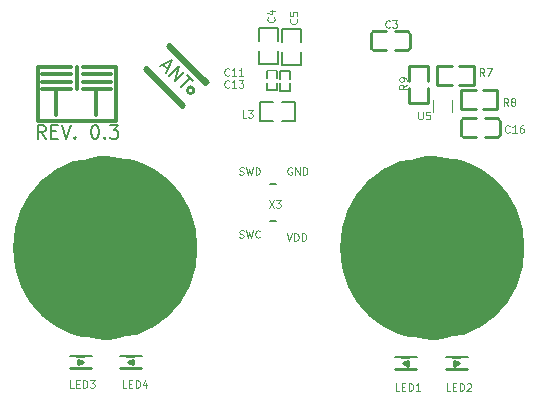
<source format=gto>
G04 #@! TF.GenerationSoftware,KiCad,Pcbnew,5.1.5-52549c5~84~ubuntu18.04.1*
G04 #@! TF.CreationDate,2020-02-21T12:38:08+02:00*
G04 #@! TF.ProjectId,Touch_Switch_2ch,546f7563-685f-4537-9769-7463685f3263,rev?*
G04 #@! TF.SameCoordinates,Original*
G04 #@! TF.FileFunction,Legend,Top*
G04 #@! TF.FilePolarity,Positive*
%FSLAX46Y46*%
G04 Gerber Fmt 4.6, Leading zero omitted, Abs format (unit mm)*
G04 Created by KiCad (PCBNEW 5.1.5-52549c5~84~ubuntu18.04.1) date 2020-02-21 12:38:08*
%MOMM*%
%LPD*%
G04 APERTURE LIST*
%ADD10C,8.000000*%
%ADD11C,0.102000*%
%ADD12C,0.178000*%
%ADD13C,0.152000*%
%ADD14C,0.254000*%
%ADD15C,0.100000*%
%ADD16C,0.200000*%
%ADD17C,0.203000*%
%ADD18C,0.305000*%
%ADD19C,0.150000*%
%ADD20R,1.102000X1.202000*%
%ADD21R,1.202000X1.102000*%
%ADD22C,1.602000*%
%ADD23R,0.402000X0.602000*%
%ADD24R,2.363000X1.550000*%
%ADD25R,0.752000X0.702000*%
%ADD26R,0.902000X0.902000*%
%ADD27C,1.102000*%
G04 APERTURE END LIST*
D10*
X83077003Y-54737000D02*
G75*
G03X83077003Y-54737000I-3829003J0D01*
G01*
X110763003Y-54737000D02*
G75*
G03X110763003Y-54737000I-3829003J0D01*
G01*
D11*
X90611252Y-48517023D02*
X90701966Y-48547261D01*
X90853157Y-48547261D01*
X90913633Y-48517023D01*
X90943871Y-48486785D01*
X90974109Y-48426309D01*
X90974109Y-48365833D01*
X90943871Y-48305357D01*
X90913633Y-48275119D01*
X90853157Y-48244880D01*
X90732204Y-48214642D01*
X90671728Y-48184404D01*
X90641490Y-48154166D01*
X90611252Y-48093690D01*
X90611252Y-48033214D01*
X90641490Y-47972738D01*
X90671728Y-47942500D01*
X90732204Y-47912261D01*
X90883395Y-47912261D01*
X90974109Y-47942500D01*
X91185776Y-47912261D02*
X91336966Y-48547261D01*
X91457919Y-48093690D01*
X91578871Y-48547261D01*
X91730061Y-47912261D01*
X91971966Y-48547261D02*
X91971966Y-47912261D01*
X92123157Y-47912261D01*
X92213871Y-47942500D01*
X92274347Y-48002976D01*
X92304585Y-48063452D01*
X92334823Y-48184404D01*
X92334823Y-48275119D01*
X92304585Y-48396071D01*
X92274347Y-48456547D01*
X92213871Y-48517023D01*
X92123157Y-48547261D01*
X91971966Y-48547261D01*
X90611252Y-53851023D02*
X90701966Y-53881261D01*
X90853157Y-53881261D01*
X90913633Y-53851023D01*
X90943871Y-53820785D01*
X90974109Y-53760309D01*
X90974109Y-53699833D01*
X90943871Y-53639357D01*
X90913633Y-53609119D01*
X90853157Y-53578880D01*
X90732204Y-53548642D01*
X90671728Y-53518404D01*
X90641490Y-53488166D01*
X90611252Y-53427690D01*
X90611252Y-53367214D01*
X90641490Y-53306738D01*
X90671728Y-53276500D01*
X90732204Y-53246261D01*
X90883395Y-53246261D01*
X90974109Y-53276500D01*
X91185776Y-53246261D02*
X91336966Y-53881261D01*
X91457919Y-53427690D01*
X91578871Y-53881261D01*
X91730061Y-53246261D01*
X92334823Y-53820785D02*
X92304585Y-53851023D01*
X92213871Y-53881261D01*
X92153395Y-53881261D01*
X92062680Y-53851023D01*
X92002204Y-53790547D01*
X91971966Y-53730071D01*
X91941728Y-53609119D01*
X91941728Y-53518404D01*
X91971966Y-53397452D01*
X92002204Y-53336976D01*
X92062680Y-53276500D01*
X92153395Y-53246261D01*
X92213871Y-53246261D01*
X92304585Y-53276500D01*
X92334823Y-53306738D01*
X94614776Y-53500261D02*
X94826442Y-54135261D01*
X95038109Y-53500261D01*
X95249776Y-54135261D02*
X95249776Y-53500261D01*
X95400966Y-53500261D01*
X95491680Y-53530500D01*
X95552157Y-53590976D01*
X95582395Y-53651452D01*
X95612633Y-53772404D01*
X95612633Y-53863119D01*
X95582395Y-53984071D01*
X95552157Y-54044547D01*
X95491680Y-54105023D01*
X95400966Y-54135261D01*
X95249776Y-54135261D01*
X95884776Y-54135261D02*
X95884776Y-53500261D01*
X96035966Y-53500261D01*
X96126680Y-53530500D01*
X96187157Y-53590976D01*
X96217395Y-53651452D01*
X96247633Y-53772404D01*
X96247633Y-53863119D01*
X96217395Y-53984071D01*
X96187157Y-54044547D01*
X96126680Y-54105023D01*
X96035966Y-54135261D01*
X95884776Y-54135261D01*
X95038109Y-47942500D02*
X94977633Y-47912261D01*
X94886919Y-47912261D01*
X94796204Y-47942500D01*
X94735728Y-48002976D01*
X94705490Y-48063452D01*
X94675252Y-48184404D01*
X94675252Y-48275119D01*
X94705490Y-48396071D01*
X94735728Y-48456547D01*
X94796204Y-48517023D01*
X94886919Y-48547261D01*
X94947395Y-48547261D01*
X95038109Y-48517023D01*
X95068347Y-48486785D01*
X95068347Y-48275119D01*
X94947395Y-48275119D01*
X95340490Y-48547261D02*
X95340490Y-47912261D01*
X95703347Y-48547261D01*
X95703347Y-47912261D01*
X96005728Y-48547261D02*
X96005728Y-47912261D01*
X96156919Y-47912261D01*
X96247633Y-47942500D01*
X96308109Y-48002976D01*
X96338347Y-48063452D01*
X96368585Y-48184404D01*
X96368585Y-48275119D01*
X96338347Y-48396071D01*
X96308109Y-48456547D01*
X96247633Y-48517023D01*
X96156919Y-48547261D01*
X96005728Y-48547261D01*
D12*
X74192985Y-45475071D02*
X73811985Y-44930785D01*
X73539842Y-45475071D02*
X73539842Y-44332071D01*
X73975271Y-44332071D01*
X74084128Y-44386500D01*
X74138557Y-44440928D01*
X74192985Y-44549785D01*
X74192985Y-44713071D01*
X74138557Y-44821928D01*
X74084128Y-44876357D01*
X73975271Y-44930785D01*
X73539842Y-44930785D01*
X74682842Y-44876357D02*
X75063842Y-44876357D01*
X75227128Y-45475071D02*
X74682842Y-45475071D01*
X74682842Y-44332071D01*
X75227128Y-44332071D01*
X75553700Y-44332071D02*
X75934700Y-45475071D01*
X76315700Y-44332071D01*
X76696700Y-45366214D02*
X76751128Y-45420642D01*
X76696700Y-45475071D01*
X76642271Y-45420642D01*
X76696700Y-45366214D01*
X76696700Y-45475071D01*
X78329557Y-44332071D02*
X78438414Y-44332071D01*
X78547271Y-44386500D01*
X78601700Y-44440928D01*
X78656128Y-44549785D01*
X78710557Y-44767500D01*
X78710557Y-45039642D01*
X78656128Y-45257357D01*
X78601700Y-45366214D01*
X78547271Y-45420642D01*
X78438414Y-45475071D01*
X78329557Y-45475071D01*
X78220700Y-45420642D01*
X78166271Y-45366214D01*
X78111842Y-45257357D01*
X78057414Y-45039642D01*
X78057414Y-44767500D01*
X78111842Y-44549785D01*
X78166271Y-44440928D01*
X78220700Y-44386500D01*
X78329557Y-44332071D01*
X79200414Y-45366214D02*
X79254842Y-45420642D01*
X79200414Y-45475071D01*
X79145985Y-45420642D01*
X79200414Y-45366214D01*
X79200414Y-45475071D01*
X79635842Y-44332071D02*
X80343414Y-44332071D01*
X79962414Y-44767500D01*
X80125700Y-44767500D01*
X80234557Y-44821928D01*
X80288985Y-44876357D01*
X80343414Y-44985214D01*
X80343414Y-45257357D01*
X80288985Y-45366214D01*
X80234557Y-45420642D01*
X80125700Y-45475071D01*
X79799128Y-45475071D01*
X79690271Y-45420642D01*
X79635842Y-45366214D01*
D13*
X84163105Y-39220513D02*
X84547973Y-39605381D01*
X83855211Y-39374460D02*
X84932841Y-38835645D01*
X84394026Y-39913275D01*
X84663434Y-40182683D02*
X85471657Y-39374460D01*
X85125275Y-40644525D01*
X85933498Y-39836302D01*
X86202906Y-40105709D02*
X86664748Y-40567551D01*
X85625604Y-41144853D02*
X86433827Y-40336630D01*
D14*
X86758236Y-41389236D02*
G75*
G03X86758236Y-41389236I-284000J0D01*
G01*
X82522923Y-39593185D02*
X82702528Y-39413580D01*
X82702528Y-39413580D02*
X85935420Y-42646472D01*
X85935420Y-42646472D02*
X85755815Y-42826077D01*
X85755815Y-42826077D02*
X82522923Y-39593185D01*
X84498580Y-37617528D02*
X84678185Y-37437923D01*
X84678185Y-37437923D02*
X87911077Y-40670815D01*
X87911077Y-40670815D02*
X87731472Y-40850420D01*
X87731472Y-40850420D02*
X84498580Y-37617528D01*
X110428000Y-40932000D02*
X110428000Y-39332000D01*
X108577000Y-39337000D02*
X107327000Y-39337000D01*
X108577000Y-40937000D02*
X107327000Y-40937000D01*
X109178000Y-39332000D02*
X110428000Y-39332000D01*
X109178000Y-40932000D02*
X110428000Y-40932000D01*
X107327000Y-40937000D02*
X107327000Y-39337000D01*
X112447000Y-42964000D02*
X112447000Y-41364000D01*
X110596000Y-41369000D02*
X109346000Y-41369000D01*
X110596000Y-42969000D02*
X109346000Y-42969000D01*
X111197000Y-41364000D02*
X112447000Y-41364000D01*
X111197000Y-42964000D02*
X112447000Y-42964000D01*
X109346000Y-42969000D02*
X109346000Y-41369000D01*
X104992000Y-42459000D02*
X106592000Y-42459000D01*
X106587000Y-40608000D02*
X106587000Y-39358000D01*
X104987000Y-40608000D02*
X104987000Y-39358000D01*
X106592000Y-41209000D02*
X106592000Y-42459000D01*
X104992000Y-41209000D02*
X104992000Y-42459000D01*
X104987000Y-39358000D02*
X106587000Y-39358000D01*
D15*
X107036000Y-43185000D02*
X107036000Y-42235000D01*
X108610000Y-43185000D02*
X108610000Y-42235000D01*
D11*
X108813000Y-41870000D02*
G75*
G03X108813000Y-41870000I-60000J0D01*
G01*
D16*
X93891000Y-38054000D02*
X93891000Y-39154000D01*
X93891000Y-39154000D02*
X92291000Y-39154000D01*
X92291000Y-39154000D02*
X92291000Y-38054000D01*
X93891000Y-37254000D02*
X93891000Y-36154000D01*
X93891000Y-36154000D02*
X92891000Y-36154000D01*
X92891000Y-36154000D02*
X92291000Y-36154000D01*
X92291000Y-36154000D02*
X92291000Y-37254000D01*
X95796000Y-38119000D02*
X95796000Y-39219000D01*
X95796000Y-39219000D02*
X94196000Y-39219000D01*
X94196000Y-39219000D02*
X94196000Y-38119000D01*
X95796000Y-37319000D02*
X95796000Y-36219000D01*
X95796000Y-36219000D02*
X94796000Y-36219000D01*
X94796000Y-36219000D02*
X94196000Y-36219000D01*
X94196000Y-36219000D02*
X94196000Y-37319000D01*
X93453000Y-43980000D02*
X92353000Y-43980000D01*
X92353000Y-43980000D02*
X92353000Y-42380000D01*
X92353000Y-42380000D02*
X93453000Y-42380000D01*
X94253000Y-43980000D02*
X95353000Y-43980000D01*
X95353000Y-43980000D02*
X95353000Y-42980000D01*
X95353000Y-42980000D02*
X95353000Y-42380000D01*
X95353000Y-42380000D02*
X94253000Y-42380000D01*
D14*
X105039000Y-36611000D02*
X105039000Y-37811000D01*
X102989000Y-36411000D02*
X101989000Y-36411000D01*
X102989000Y-38011000D02*
X101989000Y-38011000D01*
X103789000Y-36411000D02*
X104789000Y-36411000D01*
X103789000Y-38011000D02*
X104789000Y-38011000D01*
X101739000Y-36611000D02*
X101739000Y-37811000D01*
X101939000Y-36411000D02*
G75*
G03X101739000Y-36611000I0J-200000D01*
G01*
X101939000Y-36411000D02*
X101989000Y-36411000D01*
X101739000Y-37811000D02*
G75*
G03X101939000Y-38011000I200000J0D01*
G01*
X101939000Y-38011000D02*
X101989000Y-38011000D01*
X105039000Y-36611000D02*
G75*
G03X104839000Y-36411000I-200000J0D01*
G01*
X104839000Y-36411000D02*
X104789000Y-36411000D01*
X104839000Y-38011000D02*
G75*
G03X105039000Y-37811000I0J200000D01*
G01*
X104839000Y-38011000D02*
X104789000Y-38011000D01*
D17*
X93683000Y-49299000D02*
X93182000Y-49299000D01*
X93683000Y-52497000D02*
X93182000Y-52497000D01*
D13*
X92913000Y-40741000D02*
X92913000Y-41376000D01*
X92913000Y-41376000D02*
X93777000Y-41376000D01*
X93777000Y-41376000D02*
X93777000Y-40843000D01*
X93777000Y-40843000D02*
X93777000Y-40741000D01*
X93777000Y-40360000D02*
X93777000Y-39751000D01*
X93777000Y-39751000D02*
X92913000Y-39751000D01*
X92913000Y-39751000D02*
X92913000Y-40284000D01*
X92913000Y-40284000D02*
X92913000Y-40360000D01*
X94056000Y-40782000D02*
X94056000Y-41417000D01*
X94056000Y-41417000D02*
X94920000Y-41417000D01*
X94920000Y-41417000D02*
X94920000Y-40884000D01*
X94920000Y-40884000D02*
X94920000Y-40782000D01*
X94920000Y-40401000D02*
X94920000Y-39792000D01*
X94920000Y-39792000D02*
X94056000Y-39792000D01*
X94056000Y-39792000D02*
X94056000Y-40325000D01*
X94056000Y-40325000D02*
X94056000Y-40401000D01*
D14*
X112659000Y-43977000D02*
X112659000Y-45177000D01*
X110609000Y-43777000D02*
X109609000Y-43777000D01*
X110609000Y-45377000D02*
X109609000Y-45377000D01*
X111409000Y-43777000D02*
X112409000Y-43777000D01*
X111409000Y-45377000D02*
X112409000Y-45377000D01*
X109359000Y-43977000D02*
X109359000Y-45177000D01*
X109559000Y-43777000D02*
G75*
G03X109359000Y-43977000I0J-200000D01*
G01*
X109559000Y-43777000D02*
X109609000Y-43777000D01*
X109359000Y-45177000D02*
G75*
G03X109559000Y-45377000I200000J0D01*
G01*
X109559000Y-45377000D02*
X109609000Y-45377000D01*
X112659000Y-43977000D02*
G75*
G03X112459000Y-43777000I-200000J0D01*
G01*
X112459000Y-43777000D02*
X112409000Y-43777000D01*
X112459000Y-45377000D02*
G75*
G03X112659000Y-45177000I0J200000D01*
G01*
X112459000Y-45377000D02*
X112409000Y-45377000D01*
X76238000Y-64897000D02*
X78016000Y-64897000D01*
X76927000Y-64189000D02*
X76927000Y-64589000D01*
X76927000Y-64589000D02*
X77327000Y-64389000D01*
X77327000Y-64389000D02*
X76927000Y-64189000D01*
X76238000Y-63881000D02*
X78016000Y-63881000D01*
X82296000Y-63881000D02*
X80518000Y-63881000D01*
X81607000Y-64589000D02*
X81607000Y-64189000D01*
X81607000Y-64189000D02*
X81207000Y-64389000D01*
X81207000Y-64389000D02*
X81607000Y-64589000D01*
X82296000Y-64897000D02*
X80518000Y-64897000D01*
X108115000Y-65024000D02*
X109893000Y-65024000D01*
X108804000Y-64316000D02*
X108804000Y-64716000D01*
X108804000Y-64716000D02*
X109204000Y-64516000D01*
X109204000Y-64516000D02*
X108804000Y-64316000D01*
X108115000Y-64008000D02*
X109893000Y-64008000D01*
X105575000Y-64008000D02*
X103797000Y-64008000D01*
X104886000Y-64716000D02*
X104886000Y-64316000D01*
X104886000Y-64316000D02*
X104486000Y-64516000D01*
X104486000Y-64516000D02*
X104886000Y-64716000D01*
X105575000Y-65024000D02*
X103797000Y-65024000D01*
D18*
X77343000Y-39389000D02*
X80137000Y-39389000D01*
X80137000Y-39389000D02*
X80137000Y-43961000D01*
X73533000Y-43961000D02*
X80137000Y-43961000D01*
X73533000Y-39389000D02*
X73533000Y-43961000D01*
X73533000Y-39389000D02*
X76327000Y-39389000D01*
X76835000Y-39389000D02*
X76835000Y-41294000D01*
X75057000Y-41294000D02*
X75057000Y-43453000D01*
X73914000Y-41294000D02*
X76327000Y-41294000D01*
X77343000Y-40024000D02*
X79756000Y-40024000D01*
X73914000Y-40024000D02*
X76327000Y-40024000D01*
X78486000Y-41294000D02*
X78486000Y-43453000D01*
X77343000Y-41294000D02*
X79756000Y-41294000D01*
X73914000Y-40659000D02*
X76327000Y-40659000D01*
X77343000Y-40659000D02*
X79756000Y-40659000D01*
D11*
X111324347Y-40165261D02*
X111112680Y-39862880D01*
X110961490Y-40165261D02*
X110961490Y-39530261D01*
X111203395Y-39530261D01*
X111263871Y-39560500D01*
X111294109Y-39590738D01*
X111324347Y-39651214D01*
X111324347Y-39741928D01*
X111294109Y-39802404D01*
X111263871Y-39832642D01*
X111203395Y-39862880D01*
X110961490Y-39862880D01*
X111536014Y-39530261D02*
X111959347Y-39530261D01*
X111687204Y-40165261D01*
X113356347Y-42705261D02*
X113144680Y-42402880D01*
X112993490Y-42705261D02*
X112993490Y-42070261D01*
X113235395Y-42070261D01*
X113295871Y-42100500D01*
X113326109Y-42130738D01*
X113356347Y-42191214D01*
X113356347Y-42281928D01*
X113326109Y-42342404D01*
X113295871Y-42372642D01*
X113235395Y-42402880D01*
X112993490Y-42402880D01*
X113719204Y-42342404D02*
X113658728Y-42312166D01*
X113628490Y-42281928D01*
X113598252Y-42221452D01*
X113598252Y-42191214D01*
X113628490Y-42130738D01*
X113658728Y-42100500D01*
X113719204Y-42070261D01*
X113840157Y-42070261D01*
X113900633Y-42100500D01*
X113930871Y-42130738D01*
X113961109Y-42191214D01*
X113961109Y-42221452D01*
X113930871Y-42281928D01*
X113900633Y-42312166D01*
X113840157Y-42342404D01*
X113719204Y-42342404D01*
X113658728Y-42372642D01*
X113628490Y-42402880D01*
X113598252Y-42463357D01*
X113598252Y-42584309D01*
X113628490Y-42644785D01*
X113658728Y-42675023D01*
X113719204Y-42705261D01*
X113840157Y-42705261D01*
X113900633Y-42675023D01*
X113930871Y-42644785D01*
X113961109Y-42584309D01*
X113961109Y-42463357D01*
X113930871Y-42402880D01*
X113900633Y-42372642D01*
X113840157Y-42342404D01*
X104775261Y-40902652D02*
X104472880Y-41114319D01*
X104775261Y-41265509D02*
X104140261Y-41265509D01*
X104140261Y-41023604D01*
X104170500Y-40963128D01*
X104200738Y-40932890D01*
X104261214Y-40902652D01*
X104351928Y-40902652D01*
X104412404Y-40932890D01*
X104442642Y-40963128D01*
X104472880Y-41023604D01*
X104472880Y-41265509D01*
X104775261Y-40600271D02*
X104775261Y-40479319D01*
X104745023Y-40418842D01*
X104714785Y-40388604D01*
X104624071Y-40328128D01*
X104503119Y-40297890D01*
X104261214Y-40297890D01*
X104200738Y-40328128D01*
X104170500Y-40358366D01*
X104140261Y-40418842D01*
X104140261Y-40539795D01*
X104170500Y-40600271D01*
X104200738Y-40630509D01*
X104261214Y-40660747D01*
X104412404Y-40660747D01*
X104472880Y-40630509D01*
X104503119Y-40600271D01*
X104533357Y-40539795D01*
X104533357Y-40418842D01*
X104503119Y-40358366D01*
X104472880Y-40328128D01*
X104412404Y-40297890D01*
X105754490Y-43213261D02*
X105754490Y-43727309D01*
X105784728Y-43787785D01*
X105814966Y-43818023D01*
X105875442Y-43848261D01*
X105996395Y-43848261D01*
X106056871Y-43818023D01*
X106087109Y-43787785D01*
X106117347Y-43727309D01*
X106117347Y-43213261D01*
X106722109Y-43213261D02*
X106419728Y-43213261D01*
X106389490Y-43515642D01*
X106419728Y-43485404D01*
X106480204Y-43455166D01*
X106631395Y-43455166D01*
X106691871Y-43485404D01*
X106722109Y-43515642D01*
X106752347Y-43576119D01*
X106752347Y-43727309D01*
X106722109Y-43787785D01*
X106691871Y-43818023D01*
X106631395Y-43848261D01*
X106480204Y-43848261D01*
X106419728Y-43818023D01*
X106389490Y-43787785D01*
X93536785Y-35208652D02*
X93567023Y-35238890D01*
X93597261Y-35329604D01*
X93597261Y-35390080D01*
X93567023Y-35480795D01*
X93506547Y-35541271D01*
X93446071Y-35571509D01*
X93325119Y-35601747D01*
X93234404Y-35601747D01*
X93113452Y-35571509D01*
X93052976Y-35541271D01*
X92992500Y-35480795D01*
X92962261Y-35390080D01*
X92962261Y-35329604D01*
X92992500Y-35238890D01*
X93022738Y-35208652D01*
X93173928Y-34664366D02*
X93597261Y-34664366D01*
X92932023Y-34815557D02*
X93385595Y-34966747D01*
X93385595Y-34573652D01*
X95441785Y-35372652D02*
X95472023Y-35402890D01*
X95502261Y-35493604D01*
X95502261Y-35554080D01*
X95472023Y-35644795D01*
X95411547Y-35705271D01*
X95351071Y-35735509D01*
X95230119Y-35765747D01*
X95139404Y-35765747D01*
X95018452Y-35735509D01*
X94957976Y-35705271D01*
X94897500Y-35644795D01*
X94867261Y-35554080D01*
X94867261Y-35493604D01*
X94897500Y-35402890D01*
X94927738Y-35372652D01*
X94867261Y-34798128D02*
X94867261Y-35100509D01*
X95169642Y-35130747D01*
X95139404Y-35100509D01*
X95109166Y-35040033D01*
X95109166Y-34888842D01*
X95139404Y-34828366D01*
X95169642Y-34798128D01*
X95230119Y-34767890D01*
X95381309Y-34767890D01*
X95441785Y-34798128D01*
X95472023Y-34828366D01*
X95502261Y-34888842D01*
X95502261Y-35040033D01*
X95472023Y-35100509D01*
X95441785Y-35130747D01*
X91197871Y-43721261D02*
X90895490Y-43721261D01*
X90895490Y-43086261D01*
X91349061Y-43086261D02*
X91742157Y-43086261D01*
X91530490Y-43328166D01*
X91621204Y-43328166D01*
X91681680Y-43358404D01*
X91711919Y-43388642D01*
X91742157Y-43449119D01*
X91742157Y-43600309D01*
X91711919Y-43660785D01*
X91681680Y-43691023D01*
X91621204Y-43721261D01*
X91439776Y-43721261D01*
X91379300Y-43691023D01*
X91349061Y-43660785D01*
X103345347Y-36040785D02*
X103315109Y-36071023D01*
X103224395Y-36101261D01*
X103163919Y-36101261D01*
X103073204Y-36071023D01*
X103012728Y-36010547D01*
X102982490Y-35950071D01*
X102952252Y-35829119D01*
X102952252Y-35738404D01*
X102982490Y-35617452D01*
X103012728Y-35556976D01*
X103073204Y-35496500D01*
X103163919Y-35466261D01*
X103224395Y-35466261D01*
X103315109Y-35496500D01*
X103345347Y-35526738D01*
X103557014Y-35466261D02*
X103950109Y-35466261D01*
X103738442Y-35708166D01*
X103829157Y-35708166D01*
X103889633Y-35738404D01*
X103919871Y-35768642D01*
X103950109Y-35829119D01*
X103950109Y-35980309D01*
X103919871Y-36040785D01*
X103889633Y-36071023D01*
X103829157Y-36101261D01*
X103647728Y-36101261D01*
X103587252Y-36071023D01*
X103557014Y-36040785D01*
X93096014Y-50706261D02*
X93519347Y-51341261D01*
X93519347Y-50706261D02*
X93096014Y-51341261D01*
X93700776Y-50706261D02*
X94093871Y-50706261D01*
X93882204Y-50948166D01*
X93972919Y-50948166D01*
X94033395Y-50978404D01*
X94063633Y-51008642D01*
X94093871Y-51069119D01*
X94093871Y-51220309D01*
X94063633Y-51280785D01*
X94033395Y-51311023D01*
X93972919Y-51341261D01*
X93791490Y-51341261D01*
X93731014Y-51311023D01*
X93700776Y-51280785D01*
X89734347Y-41120785D02*
X89704109Y-41151023D01*
X89613395Y-41181261D01*
X89552919Y-41181261D01*
X89462204Y-41151023D01*
X89401728Y-41090547D01*
X89371490Y-41030071D01*
X89341252Y-40909119D01*
X89341252Y-40818404D01*
X89371490Y-40697452D01*
X89401728Y-40636976D01*
X89462204Y-40576500D01*
X89552919Y-40546261D01*
X89613395Y-40546261D01*
X89704109Y-40576500D01*
X89734347Y-40606738D01*
X90339109Y-41181261D02*
X89976252Y-41181261D01*
X90157680Y-41181261D02*
X90157680Y-40546261D01*
X90097204Y-40636976D01*
X90036728Y-40697452D01*
X89976252Y-40727690D01*
X90550776Y-40546261D02*
X90943871Y-40546261D01*
X90732204Y-40788166D01*
X90822919Y-40788166D01*
X90883395Y-40818404D01*
X90913633Y-40848642D01*
X90943871Y-40909119D01*
X90943871Y-41060309D01*
X90913633Y-41120785D01*
X90883395Y-41151023D01*
X90822919Y-41181261D01*
X90641490Y-41181261D01*
X90581014Y-41151023D01*
X90550776Y-41120785D01*
X89734347Y-40104785D02*
X89704109Y-40135023D01*
X89613395Y-40165261D01*
X89552919Y-40165261D01*
X89462204Y-40135023D01*
X89401728Y-40074547D01*
X89371490Y-40014071D01*
X89341252Y-39893119D01*
X89341252Y-39802404D01*
X89371490Y-39681452D01*
X89401728Y-39620976D01*
X89462204Y-39560500D01*
X89552919Y-39530261D01*
X89613395Y-39530261D01*
X89704109Y-39560500D01*
X89734347Y-39590738D01*
X90339109Y-40165261D02*
X89976252Y-40165261D01*
X90157680Y-40165261D02*
X90157680Y-39530261D01*
X90097204Y-39620976D01*
X90036728Y-39681452D01*
X89976252Y-39711690D01*
X90943871Y-40165261D02*
X90581014Y-40165261D01*
X90762442Y-40165261D02*
X90762442Y-39530261D01*
X90701966Y-39620976D01*
X90641490Y-39681452D01*
X90581014Y-39711690D01*
X113483347Y-44930785D02*
X113453109Y-44961023D01*
X113362395Y-44991261D01*
X113301919Y-44991261D01*
X113211204Y-44961023D01*
X113150728Y-44900547D01*
X113120490Y-44840071D01*
X113090252Y-44719119D01*
X113090252Y-44628404D01*
X113120490Y-44507452D01*
X113150728Y-44446976D01*
X113211204Y-44386500D01*
X113301919Y-44356261D01*
X113362395Y-44356261D01*
X113453109Y-44386500D01*
X113483347Y-44416738D01*
X114088109Y-44991261D02*
X113725252Y-44991261D01*
X113906680Y-44991261D02*
X113906680Y-44356261D01*
X113846204Y-44446976D01*
X113785728Y-44507452D01*
X113725252Y-44537690D01*
X114632395Y-44356261D02*
X114511442Y-44356261D01*
X114450966Y-44386500D01*
X114420728Y-44416738D01*
X114360252Y-44507452D01*
X114330014Y-44628404D01*
X114330014Y-44870309D01*
X114360252Y-44930785D01*
X114390490Y-44961023D01*
X114450966Y-44991261D01*
X114571919Y-44991261D01*
X114632395Y-44961023D01*
X114662633Y-44930785D01*
X114692871Y-44870309D01*
X114692871Y-44719119D01*
X114662633Y-44658642D01*
X114632395Y-44628404D01*
X114571919Y-44598166D01*
X114450966Y-44598166D01*
X114390490Y-44628404D01*
X114360252Y-44658642D01*
X114330014Y-44719119D01*
X76592871Y-66581261D02*
X76290490Y-66581261D01*
X76290490Y-65946261D01*
X76804538Y-66248642D02*
X77016204Y-66248642D01*
X77106919Y-66581261D02*
X76804538Y-66581261D01*
X76804538Y-65946261D01*
X77106919Y-65946261D01*
X77379061Y-66581261D02*
X77379061Y-65946261D01*
X77530252Y-65946261D01*
X77620966Y-65976500D01*
X77681442Y-66036976D01*
X77711680Y-66097452D01*
X77741919Y-66218404D01*
X77741919Y-66309119D01*
X77711680Y-66430071D01*
X77681442Y-66490547D01*
X77620966Y-66551023D01*
X77530252Y-66581261D01*
X77379061Y-66581261D01*
X77953585Y-65946261D02*
X78346680Y-65946261D01*
X78135014Y-66188166D01*
X78225728Y-66188166D01*
X78286204Y-66218404D01*
X78316442Y-66248642D01*
X78346680Y-66309119D01*
X78346680Y-66460309D01*
X78316442Y-66520785D01*
X78286204Y-66551023D01*
X78225728Y-66581261D01*
X78044300Y-66581261D01*
X77983823Y-66551023D01*
X77953585Y-66520785D01*
X81037871Y-66581261D02*
X80735490Y-66581261D01*
X80735490Y-65946261D01*
X81249538Y-66248642D02*
X81461204Y-66248642D01*
X81551919Y-66581261D02*
X81249538Y-66581261D01*
X81249538Y-65946261D01*
X81551919Y-65946261D01*
X81824061Y-66581261D02*
X81824061Y-65946261D01*
X81975252Y-65946261D01*
X82065966Y-65976500D01*
X82126442Y-66036976D01*
X82156680Y-66097452D01*
X82186919Y-66218404D01*
X82186919Y-66309119D01*
X82156680Y-66430071D01*
X82126442Y-66490547D01*
X82065966Y-66551023D01*
X81975252Y-66581261D01*
X81824061Y-66581261D01*
X82731204Y-66157928D02*
X82731204Y-66581261D01*
X82580014Y-65916023D02*
X82428823Y-66369595D01*
X82821919Y-66369595D01*
X108469871Y-66835261D02*
X108167490Y-66835261D01*
X108167490Y-66200261D01*
X108681538Y-66502642D02*
X108893204Y-66502642D01*
X108983919Y-66835261D02*
X108681538Y-66835261D01*
X108681538Y-66200261D01*
X108983919Y-66200261D01*
X109256061Y-66835261D02*
X109256061Y-66200261D01*
X109407252Y-66200261D01*
X109497966Y-66230500D01*
X109558442Y-66290976D01*
X109588680Y-66351452D01*
X109618919Y-66472404D01*
X109618919Y-66563119D01*
X109588680Y-66684071D01*
X109558442Y-66744547D01*
X109497966Y-66805023D01*
X109407252Y-66835261D01*
X109256061Y-66835261D01*
X109860823Y-66260738D02*
X109891061Y-66230500D01*
X109951538Y-66200261D01*
X110102728Y-66200261D01*
X110163204Y-66230500D01*
X110193442Y-66260738D01*
X110223680Y-66321214D01*
X110223680Y-66381690D01*
X110193442Y-66472404D01*
X109830585Y-66835261D01*
X110223680Y-66835261D01*
X104151871Y-66835261D02*
X103849490Y-66835261D01*
X103849490Y-66200261D01*
X104363538Y-66502642D02*
X104575204Y-66502642D01*
X104665919Y-66835261D02*
X104363538Y-66835261D01*
X104363538Y-66200261D01*
X104665919Y-66200261D01*
X104938061Y-66835261D02*
X104938061Y-66200261D01*
X105089252Y-66200261D01*
X105179966Y-66230500D01*
X105240442Y-66290976D01*
X105270680Y-66351452D01*
X105300919Y-66472404D01*
X105300919Y-66563119D01*
X105270680Y-66684071D01*
X105240442Y-66744547D01*
X105179966Y-66805023D01*
X105089252Y-66835261D01*
X104938061Y-66835261D01*
X105905680Y-66835261D02*
X105542823Y-66835261D01*
X105724252Y-66835261D02*
X105724252Y-66200261D01*
X105663776Y-66290976D01*
X105603300Y-66351452D01*
X105542823Y-66381690D01*
D19*
%LPC*%
D15*
G36*
X87302965Y-43704303D02*
G01*
X86240891Y-42642229D01*
X87727229Y-41155891D01*
X88789303Y-42217965D01*
X87302965Y-43704303D01*
G37*
G36*
X82706771Y-39108109D02*
G01*
X81644697Y-38046035D01*
X83131035Y-36559697D01*
X84193109Y-37621771D01*
X82706771Y-39108109D01*
G37*
D20*
X108078000Y-40132000D03*
X109678000Y-40132000D03*
X110097000Y-42164000D03*
X111697000Y-42164000D03*
D21*
X105792000Y-40109000D03*
X105792000Y-41709000D03*
D22*
X95918000Y-71992000D03*
X95918000Y-69992000D03*
X97918000Y-71992000D03*
X97918000Y-69992000D03*
X99918000Y-71992000D03*
X99918000Y-69992000D03*
X101918000Y-71992000D03*
X101918000Y-69992000D03*
X103918000Y-71992000D03*
X103918000Y-69992000D03*
X93918000Y-71942000D03*
X93918000Y-69992000D03*
X91918000Y-71992000D03*
X91918000Y-69992000D03*
D23*
X107823000Y-43560000D03*
X107823000Y-41860000D03*
X107315000Y-41860000D03*
X108331000Y-41860000D03*
X107315000Y-43560000D03*
X108331000Y-43560000D03*
D21*
X93091000Y-36954000D03*
X93091000Y-38354000D03*
X94996000Y-37019000D03*
X94996000Y-38419000D03*
D20*
X94553000Y-43180000D03*
X93153000Y-43180000D03*
X102489000Y-37211000D03*
X104289000Y-37211000D03*
D24*
X95326000Y-52299000D03*
X91542000Y-52299000D03*
X91542000Y-49505000D03*
X95326000Y-49505000D03*
D25*
X93345000Y-40132000D03*
X93345000Y-40980000D03*
X94488000Y-40173000D03*
X94488000Y-41021000D03*
D20*
X110109000Y-44577000D03*
X111909000Y-44577000D03*
D26*
X76327000Y-64389000D03*
X77927000Y-64389000D03*
X82207000Y-64389000D03*
X80607000Y-64389000D03*
X108204000Y-64516000D03*
X109804000Y-64516000D03*
X105486000Y-64516000D03*
X103886000Y-64516000D03*
D27*
X75184000Y-63246000D03*
X83439000Y-63246000D03*
X102743000Y-63246000D03*
X110998000Y-63246000D03*
M02*

</source>
